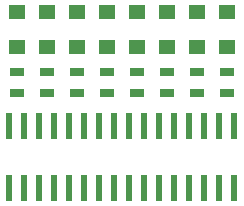
<source format=gtp>
G75*
G70*
%OFA0B0*%
%FSLAX24Y24*%
%IPPOS*%
%LPD*%
%AMOC8*
5,1,8,0,0,1.08239X$1,22.5*
%
%ADD10R,0.0551X0.0472*%
%ADD11R,0.0472X0.0315*%
%ADD12R,0.0240X0.0870*%
D10*
X000702Y007541D03*
X001702Y007541D03*
X002702Y007541D03*
X003702Y007541D03*
X004702Y007541D03*
X005702Y007541D03*
X006702Y007541D03*
X007702Y007541D03*
X007702Y008722D03*
X006702Y008722D03*
X005702Y008722D03*
X004702Y008722D03*
X003702Y008722D03*
X002702Y008722D03*
X001702Y008722D03*
X000702Y008722D03*
D11*
X000702Y006736D03*
X000702Y006027D03*
X001702Y006027D03*
X001702Y006736D03*
X002702Y006736D03*
X002702Y006027D03*
X003702Y006027D03*
X003702Y006736D03*
X004702Y006736D03*
X004702Y006027D03*
X005702Y006027D03*
X005702Y006736D03*
X006702Y006736D03*
X006702Y006027D03*
X007702Y006027D03*
X007702Y006736D03*
D12*
X000452Y002852D03*
X000952Y002852D03*
X001452Y002852D03*
X001952Y002852D03*
X002452Y002852D03*
X002952Y002852D03*
X003452Y002852D03*
X003952Y002852D03*
X004452Y002852D03*
X004952Y002852D03*
X005452Y002852D03*
X005952Y002852D03*
X006452Y002852D03*
X006952Y002852D03*
X007452Y002852D03*
X007952Y002852D03*
X007952Y004912D03*
X007452Y004912D03*
X006952Y004912D03*
X006452Y004912D03*
X005952Y004912D03*
X005452Y004912D03*
X004952Y004912D03*
X004452Y004912D03*
X003952Y004912D03*
X003452Y004912D03*
X002952Y004912D03*
X002452Y004912D03*
X001952Y004912D03*
X001452Y004912D03*
X000952Y004912D03*
X000452Y004912D03*
M02*

</source>
